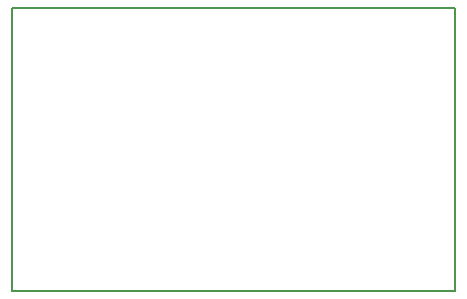
<source format=gbr>
G04 #@! TF.FileFunction,Profile,NP*
%FSLAX46Y46*%
G04 Gerber Fmt 4.6, Leading zero omitted, Abs format (unit mm)*
G04 Created by KiCad (PCBNEW 4.0.2+dfsg1-stable) date Qua 18 Mai 2016 07:41:20 BRT*
%MOMM*%
G01*
G04 APERTURE LIST*
%ADD10C,0.100000*%
%ADD11C,0.150000*%
G04 APERTURE END LIST*
D10*
D11*
X131500000Y-110000000D02*
X131500000Y-86000000D01*
X169000000Y-110000000D02*
X131500000Y-110000000D01*
X169000000Y-86000000D02*
X169000000Y-110000000D01*
X131500000Y-86000000D02*
X169000000Y-86000000D01*
M02*

</source>
